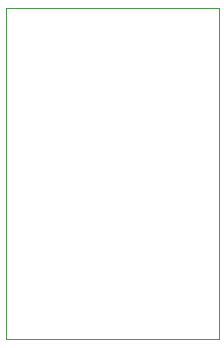
<source format=gbr>
%TF.GenerationSoftware,KiCad,Pcbnew,9.0.6-1.fc43*%
%TF.CreationDate,2025-12-11T01:19:00+10:30*%
%TF.ProjectId,fastboot_breakout,66617374-626f-46f7-945f-627265616b6f,1.1*%
%TF.SameCoordinates,Original*%
%TF.FileFunction,Profile,NP*%
%FSLAX46Y46*%
G04 Gerber Fmt 4.6, Leading zero omitted, Abs format (unit mm)*
G04 Created by KiCad (PCBNEW 9.0.6-1.fc43) date 2025-12-11 01:19:00*
%MOMM*%
%LPD*%
G01*
G04 APERTURE LIST*
%TA.AperFunction,Profile*%
%ADD10C,0.100000*%
%TD*%
G04 APERTURE END LIST*
D10*
X136592857Y-84971000D02*
X154592857Y-84971000D01*
X154592857Y-112971000D01*
X136592857Y-112971000D01*
X136592857Y-84971000D01*
M02*

</source>
